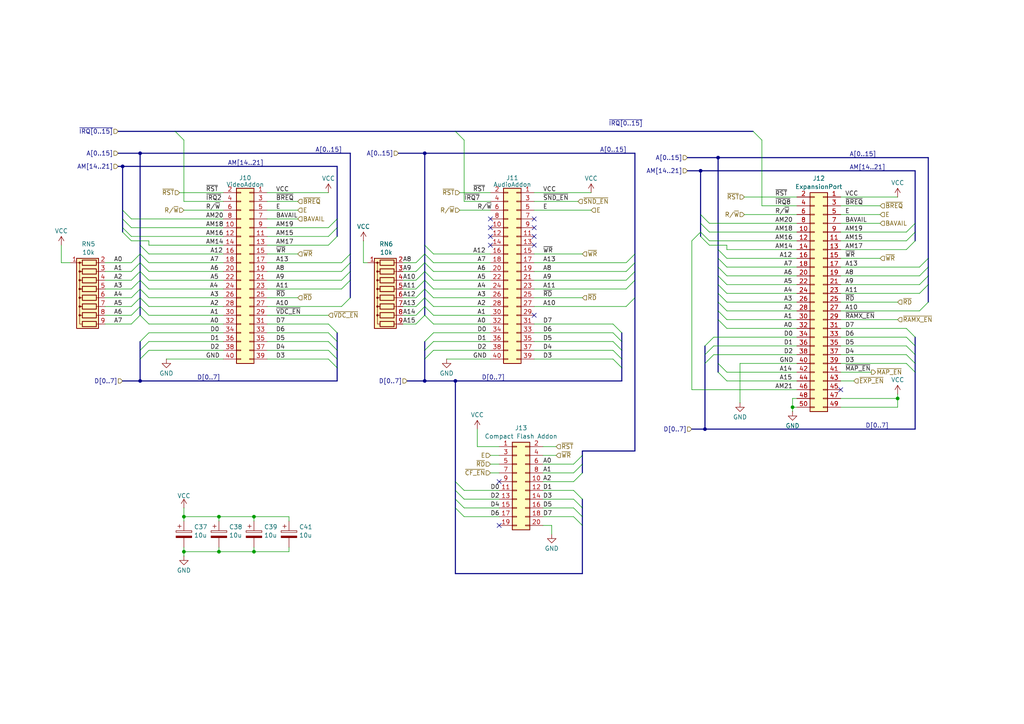
<source format=kicad_sch>
(kicad_sch (version 20231120) (generator "eeschema") (generator_version "8.0")
  (paper "A4")
  (title_block (title "MicroLind - Addon & Expansion Ports") (date "2025-03-03") (rev "C0") (company "Eric Lind"))
  (lib_symbols
    (symbol "Connector_Generic:Conn_02x10_Odd_Even" (pin_names (offset 1.016) hide)
      (property "Reference" "J" (at 1.27 12.7 0))
      (property "Value" "Conn_02x10_Odd_Even" (at 1.27 -15.24 0))
      (symbol "Conn_02x10_Odd_Even_1_1"
        (pin passive line (at -5.08 10.16 0) (length 3.81) (name "Pin_1") (number "1"))
        (pin passive line (at 7.62 0 180) (length 3.81) (name "Pin_10") (number "10"))
        (pin passive line (at -5.08 -2.54 0) (length 3.81) (name "Pin_11") (number "11"))
        (pin passive line (at 7.62 -2.54 180) (length 3.81) (name "Pin_12") (number "12"))
        (pin passive line (at -5.08 -5.08 0) (length 3.81) (name "Pin_13") (number "13"))
        (pin passive line (at 7.62 -5.08 180) (length 3.81) (name "Pin_14") (number "14"))
        (pin passive line (at -5.08 -7.62 0) (length 3.81) (name "Pin_15") (number "15"))
        (pin passive line (at 7.62 -7.62 180) (length 3.81) (name "Pin_16") (number "16"))
        (pin passive line (at -5.08 -10.16 0) (length 3.81) (name "Pin_17") (number "17"))
        (pin passive line (at 7.62 -10.16 180) (length 3.81) (name "Pin_18") (number "18"))
        (pin passive line (at -5.08 -12.7 0) (length 3.81) (name "Pin_19") (number "19"))
        (pin passive line (at 7.62 10.16 180) (length 3.81) (name "Pin_2") (number "2"))
        (pin passive line (at 7.62 -12.7 180) (length 3.81) (name "Pin_20") (number "20"))
        (pin passive line (at -5.08 7.62 0) (length 3.81) (name "Pin_3") (number "3"))
        (pin passive line (at 7.62 7.62 180) (length 3.81) (name "Pin_4") (number "4"))
        (pin passive line (at -5.08 5.08 0) (length 3.81) (name "Pin_5") (number "5"))
        (pin passive line (at 7.62 5.08 180) (length 3.81) (name "Pin_6") (number "6"))
        (pin passive line (at -5.08 2.54 0) (length 3.81) (name "Pin_7") (number "7"))
        (pin passive line (at 7.62 2.54 180) (length 3.81) (name "Pin_8") (number "8"))
        (pin passive line (at -5.08 0 0) (length 3.81) (name "Pin_9") (number "9"))
      )
    )
    (symbol "Connector_Generic:Conn_02x20_Odd_Even" (pin_names (offset 1.016) hide)
      (property "Reference" "J" (at 1.27 25.4 0))
      (property "Value" "Conn_02x20_Odd_Even" (at 1.27 -27.94 0))
      (symbol "Conn_02x20_Odd_Even_1_1"
        (pin passive line (at -5.08 22.86 0) (length 3.81) (name "Pin_1") (number "1"))
        (pin passive line (at 7.62 12.7 180) (length 3.81) (name "Pin_10") (number "10"))
        (pin passive line (at -5.08 10.16 0) (length 3.81) (name "Pin_11") (number "11"))
        (pin passive line (at 7.62 10.16 180) (length 3.81) (name "Pin_12") (number "12"))
        (pin passive line (at -5.08 7.62 0) (length 3.81) (name "Pin_13") (number "13"))
        (pin passive line (at 7.62 7.62 180) (length 3.81) (name "Pin_14") (number "14"))
        (pin passive line (at -5.08 5.08 0) (length 3.81) (name "Pin_15") (number "15"))
        (pin passive line (at 7.62 5.08 180) (length 3.81) (name "Pin_16") (number "16"))
        (pin passive line (at -5.08 2.54 0) (length 3.81) (name "Pin_17") (number "17"))
        (pin passive line (at 7.62 2.54 180) (length 3.81) (name "Pin_18") (number "18"))
        (pin passive line (at -5.08 0 0) (length 3.81) (name "Pin_19") (number "19"))
        (pin passive line (at 7.62 22.86 180) (length 3.81) (name "Pin_2") (number "2"))
        (pin passive line (at 7.62 0 180) (length 3.81) (name "Pin_20") (number "20"))
        (pin passive line (at -5.08 -2.54 0) (length 3.81) (name "Pin_21") (number "21"))
        (pin passive line (at 7.62 -2.54 180) (length 3.81) (name "Pin_22") (number "22"))
        (pin passive line (at -5.08 -5.08 0) (length 3.81) (name "Pin_23") (number "23"))
        (pin passive line (at 7.62 -5.08 180) (length 3.81) (name "Pin_24") (number "24"))
        (pin passive line (at -5.08 -7.62 0) (length 3.81) (name "Pin_25") (number "25"))
        (pin passive line (at 7.62 -7.62 180) (length 3.81) (name "Pin_26") (number "26"))
        (pin passive line (at -5.08 -10.16 0) (length 3.81) (name "Pin_27") (number "27"))
        (pin passive line (at 7.62 -10.16 180) (length 3.81) (name "Pin_28") (number "28"))
        (pin passive line (at -5.08 -12.7 0) (length 3.81) (name "Pin_29") (number "29"))
        (pin passive line (at -5.08 20.32 0) (length 3.81) (name "Pin_3") (number "3"))
        (pin passive line (at 7.62 -12.7 180) (length 3.81) (name "Pin_30") (number "30"))
        (pin passive line (at -5.08 -15.24 0) (length 3.81) (name "Pin_31") (number "31"))
        (pin passive line (at 7.62 -15.24 180) (length 3.81) (name "Pin_32") (number "32"))
        (pin passive line (at -5.08 -17.78 0) (length 3.81) (name "Pin_33") (number "33"))
        (pin passive line (at 7.62 -17.78 180) (length 3.81) (name "Pin_34") (number "34"))
        (pin passive line (at -5.08 -20.32 0) (length 3.81) (name "Pin_35") (number "35"))
        (pin passive line (at 7.62 -20.32 180) (length 3.81) (name "Pin_36") (number "36"))
        (pin passive line (at -5.08 -22.86 0) (length 3.81) (name "Pin_37") (number "37"))
        (pin passive line (at 7.62 -22.86 180) (length 3.81) (name "Pin_38") (number "38"))
        (pin passive line (at -5.08 -25.4 0) (length 3.81) (name "Pin_39") (number "39"))
        (pin passive line (at 7.62 20.32 180) (length 3.81) (name "Pin_4") (number "4"))
        (pin passive line (at 7.62 -25.4 180) (length 3.81) (name "Pin_40") (number "40"))
        (pin passive line (at -5.08 17.78 0) (length 3.81) (name "Pin_5") (number "5"))
        (pin passive line (at 7.62 17.78 180) (length 3.81) (name "Pin_6") (number "6"))
        (pin passive line (at -5.08 15.24 0) (length 3.81) (name "Pin_7") (number "7"))
        (pin passive line (at 7.62 15.24 180) (length 3.81) (name "Pin_8") (number "8"))
        (pin passive line (at -5.08 12.7 0) (length 3.81) (name "Pin_9") (number "9"))
      )
    )
    (symbol "Connector_Generic:Conn_02x25_Odd_Even" (pin_names (offset 1.016) hide)
      (property "Reference" "J" (at 1.27 33.02 0))
      (property "Value" "Conn_02x25_Odd_Even" (at 1.27 -33.02 0))
      (symbol "Conn_02x25_Odd_Even_1_1"
        (pin passive line (at -5.08 30.48 0) (length 3.81) (name "Pin_1") (number "1"))
        (pin passive line (at 7.62 20.32 180) (length 3.81) (name "Pin_10") (number "10"))
        (pin passive line (at -5.08 17.78 0) (length 3.81) (name "Pin_11") (number "11"))
        (pin passive line (at 7.62 17.78 180) (length 3.81) (name "Pin_12") (number "12"))
        (pin passive line (at -5.08 15.24 0) (length 3.81) (name "Pin_13") (number "13"))
        (pin passive line (at 7.62 15.24 180) (length 3.81) (name "Pin_14") (number "14"))
        (pin passive line (at -5.08 12.7 0) (length 3.81) (name "Pin_15") (number "15"))
        (pin passive line (at 7.62 12.7 180) (length 3.81) (name "Pin_16") (number "16"))
        (pin passive line (at -5.08 10.16 0) (length 3.81) (name "Pin_17") (number "17"))
        (pin passive line (at 7.62 10.16 180) (length 3.81) (name "Pin_18") (number "18"))
        (pin passive line (at -5.08 7.62 0) (length 3.81) (name "Pin_19") (number "19"))
        (pin passive line (at 7.62 30.48 180) (length 3.81) (name "Pin_2") (number "2"))
        (pin passive line (at 7.62 7.62 180) (length 3.81) (name "Pin_20") (number "20"))
        (pin passive line (at -5.08 5.08 0) (length 3.81) (name "Pin_21") (number "21"))
        (pin passive line (at 7.62 5.08 180) (length 3.81) (name "Pin_22") (number "22"))
        (pin passive line (at -5.08 2.54 0) (length 3.81) (name "Pin_23") (number "23"))
        (pin passive line (at 7.62 2.54 180) (length 3.81) (name "Pin_24") (number "24"))
        (pin passive line (at -5.08 0 0) (length 3.81) (name "Pin_25") (number "25"))
        (pin passive line (at 7.62 0 180) (length 3.81) (name "Pin_26") (number "26"))
        (pin passive line (at -5.08 -2.54 0) (length 3.81) (name "Pin_27") (number "27"))
        (pin passive line (at 7.62 -2.54 180) (length 3.81) (name "Pin_28") (number "28"))
        (pin passive line (at -5.08 -5.08 0) (length 3.81) (name "Pin_29") (number "29"))
        (pin passive line (at -5.08 27.94 0) (length 3.81) (name "Pin_3") (number "3"))
        (pin passive line (at 7.62 -5.08 180) (length 3.81) (name "Pin_30") (number "30"))
        (pin passive line (at -5.08 -7.62 0) (length 3.81) (name "Pin_31") (number "31"))
        (pin passive line (at 7.62 -7.62 180) (length 3.81) (name "Pin_32") (number "32"))
        (pin passive line (at -5.08 -10.16 0) (length 3.81) (name "Pin_33") (number "33"))
        (pin passive line (at 7.62 -10.16 180) (length 3.81) (name "Pin_34") (number "34"))
        (pin passive line (at -5.08 -12.7 0) (length 3.81) (name "Pin_35") (number "35"))
        (pin passive line (at 7.62 -12.7 180) (length 3.81) (name "Pin_36") (number "36"))
        (pin passive line (at -5.08 -15.24 0) (length 3.81) (name "Pin_37") (number "37"))
        (pin passive line (at 7.62 -15.24 180) (length 3.81) (name "Pin_38") (number "38"))
        (pin passive line (at -5.08 -17.78 0) (length 3.81) (name "Pin_39") (number "39"))
        (pin passive line (at 7.62 27.94 180) (length 3.81) (name "Pin_4") (number "4"))
        (pin passive line (at 7.62 -17.78 180) (length 3.81) (name "Pin_40") (number "40"))
        (pin passive line (at -5.08 -20.32 0) (length 3.81) (name "Pin_41") (number "41"))
        (pin passive line (at 7.62 -20.32 180) (length 3.81) (name "Pin_42") (number "42"))
        (pin passive line (at -5.08 -22.86 0) (length 3.81) (name "Pin_43") (number "43"))
        (pin passive line (at 7.62 -22.86 180) (length 3.81) (name "Pin_44") (number "44"))
        (pin passive line (at -5.08 -25.4 0) (length 3.81) (name "Pin_45") (number "45"))
        (pin passive line (at 7.62 -25.4 180) (length 3.81) (name "Pin_46") (number "46"))
        (pin passive line (at -5.08 -27.94 0) (length 3.81) (name "Pin_47") (number "47"))
        (pin passive line (at 7.62 -27.94 180) (length 3.81) (name "Pin_48") (number "48"))
        (pin passive line (at -5.08 -30.48 0) (length 3.81) (name "Pin_49") (number "49"))
        (pin passive line (at -5.08 25.4 0) (length 3.81) (name "Pin_5") (number "5"))
        (pin passive line (at 7.62 -30.48 180) (length 3.81) (name "Pin_50") (number "50"))
        (pin passive line (at 7.62 25.4 180) (length 3.81) (name "Pin_6") (number "6"))
        (pin passive line (at -5.08 22.86 0) (length 3.81) (name "Pin_7") (number "7"))
        (pin passive line (at 7.62 22.86 180) (length 3.81) (name "Pin_8") (number "8"))
        (pin passive line (at -5.08 20.32 0) (length 3.81) (name "Pin_9") (number "9"))
      )
    )
    (symbol "Device:C_Polarized" (pin_numbers hide) (pin_names (offset 0.254))
      (property "Reference" "C" (at 0.635 2.54 0))
      (property "Value" "C_Polarized" (at 0.635 -2.54 0))
      (symbol "C_Polarized_1_1"
        (pin passive line (at 0 3.81 270) (length 2.794) (name "~") (number "1"))
        (pin passive line (at 0 -3.81 90) (length 2.794) (name "~") (number "2"))
      )
    )
    (symbol "Device:R_Network08" (pin_names (offset 0) hide)
      (property "Reference" "RN" (at -12.7 0 90))
      (property "Value" "R_Network08" (at 10.16 0 90))
      (symbol "R_Network08_1_1"
        (pin passive line (at -10.16 5.08 270) (length 2.54) (name "common") (number "1"))
        (pin passive line (at -10.16 -5.08 90) (length 1.27) (name "R1") (number "2"))
        (pin passive line (at -7.62 -5.08 90) (length 1.27) (name "R2") (number "3"))
        (pin passive line (at -5.08 -5.08 90) (length 1.27) (name "R3") (number "4"))
        (pin passive line (at -2.54 -5.08 90) (length 1.27) (name "R4") (number "5"))
        (pin passive line (at 0 -5.08 90) (length 1.27) (name "R5") (number "6"))
        (pin passive line (at 2.54 -5.08 90) (length 1.27) (name "R6") (number "7"))
        (pin passive line (at 5.08 -5.08 90) (length 1.27) (name "R7") (number "8"))
        (pin passive line (at 7.62 -5.08 90) (length 1.27) (name "R8") (number "9"))
      )
    )
    (symbol "power:GND" (power) (pin_numbers hide) (pin_names (offset 0) hide)
      (property "Value" "GND" (at 0 -3.81 0))
      (symbol "GND_1_1"
        (pin power_in line (at 0 0 270) (length 0) (name "~") (number "1"))
      )
    )
    (symbol "power:VCC" (power) (pin_numbers hide) (pin_names (offset 0) hide)
      (property "Value" "VCC" (at 0 3.556 0))
      (symbol "VCC_1_1"
        (pin power_in line (at 0 0 90) (length 0) (name "~") (number "1"))
      )
    )
  )
  (junction (at 73.66 160.02))
  (junction (at 204.47 124.46))
  (junction (at 132.08 110.49))
  (junction (at 40.64 110.49))
  (junction (at 40.64 44.45))
  (junction (at 260.35 115.57))
  (junction (at 203.2 49.53))
  (junction (at 123.19 110.49))
  (junction (at 229.87 118.11))
  (junction (at 53.34 149.86))
  (junction (at 35.56 48.26))
  (junction (at 53.34 160.02))
  (junction (at 63.5 160.02))
  (junction (at 63.5 149.86))
  (junction (at 123.19 44.45))
  (junction (at 208.28 45.72))
  (junction (at 73.66 149.86))
  (no_connect (at 154.94 63.5))
  (no_connect (at 142.24 66.04))
  (no_connect (at 154.94 71.12))
  (no_connect (at 142.24 63.5))
  (no_connect (at 144.78 152.4))
  (no_connect (at 154.94 91.44))
  (no_connect (at 142.24 68.58))
  (no_connect (at 154.94 68.58))
  (no_connect (at 144.78 139.7))
  (no_connect (at 154.94 66.04))
  (no_connect (at 243.84 113.03))
  (no_connect (at 142.24 71.12))
  (bus_entry (at 123.19 78.74) (size -2.54 2.54))
  (bus_entry (at 205.74 64.77) (size -2.54 -2.54))
  (bus_entry (at 123.19 83.82) (size -2.54 2.54))
  (bus_entry (at 210.82 77.47) (size -2.54 -2.54))
  (bus_entry (at 43.18 88.9) (size -2.54 -2.54))
  (bus_entry (at 95.25 66.04) (size 2.54 -2.54))
  (bus_entry (at 40.64 99.06) (size 2.54 -2.54))
  (bus_entry (at 168.91 137.16) (size -2.54 2.54))
  (bus_entry (at 125.73 86.36) (size -2.54 -2.54))
  (bus_entry (at 266.7 85.09) (size 2.54 -2.54))
  (bus_entry (at 210.82 87.63) (size -2.54 -2.54))
  (bus_entry (at 43.18 81.28) (size -2.54 -2.54))
  (bus_entry (at 40.64 88.9) (size -2.54 2.54))
  (bus_entry (at 132.08 144.78) (size 2.54 2.54))
  (bus_entry (at 168.91 149.86) (size -2.54 -2.54))
  (bus_entry (at 123.19 99.06) (size 2.54 -2.54))
  (bus_entry (at 210.82 92.71) (size -2.54 -2.54))
  (bus_entry (at 210.82 74.93) (size -2.54 -2.54))
  (bus_entry (at 205.74 71.12) (size -2.54 -2.54))
  (bus_entry (at 208.28 105.41) (size 2.54 2.54))
  (bus_entry (at 132.08 142.24) (size 2.54 2.54))
  (bus_entry (at 95.25 96.52) (size 2.54 2.54))
  (bus_entry (at 95.25 104.14) (size 2.54 2.54))
  (bus_entry (at 123.19 86.36) (size -2.54 2.54))
  (bus_entry (at 208.28 82.55) (size 2.54 2.54))
  (bus_entry (at 99.06 83.82) (size 2.54 -2.54))
  (bus_entry (at 132.08 139.7) (size 2.54 2.54))
  (bus_entry (at 123.19 73.66) (size -2.54 2.54))
  (bus_entry (at 95.25 93.98) (size 2.54 2.54))
  (bus_entry (at 262.89 100.33) (size 2.54 2.54))
  (bus_entry (at 262.89 97.79) (size 2.54 2.54))
  (bus_entry (at 262.89 69.85) (size 2.54 -2.54))
  (bus_entry (at 205.74 69.85) (size -2.54 -2.54))
  (bus_entry (at 35.56 66.04) (size 2.54 2.54))
  (bus_entry (at 204.47 105.41) (size 2.54 -2.54))
  (bus_entry (at 95.25 101.6) (size 2.54 2.54))
  (bus_entry (at 266.7 80.01) (size 2.54 -2.54))
  (bus_entry (at 132.08 147.32) (size 2.54 2.54))
  (bus_entry (at 168.91 144.78) (size -2.54 -2.54))
  (bus_entry (at 43.18 73.66) (size -2.54 -2.54))
  (bus_entry (at 99.06 78.74) (size 2.54 -2.54))
  (bus_entry (at 177.8 99.06) (size 2.54 2.54))
  (bus_entry (at 43.18 91.44) (size -2.54 -2.54))
  (bus_entry (at 99.06 81.28) (size 2.54 -2.54))
  (bus_entry (at 204.47 102.87) (size 2.54 -2.54))
  (bus_entry (at 35.56 60.96) (size 2.54 2.54))
  (bus_entry (at 40.64 101.6) (size 2.54 -2.54))
  (bus_entry (at 168.91 132.08) (size -2.54 2.54))
  (bus_entry (at 43.18 78.74) (size -2.54 -2.54))
  (bus_entry (at 123.19 76.2) (size -2.54 2.54))
  (bus_entry (at 35.56 67.31) (size 2.54 2.54))
  (bus_entry (at 123.19 81.28) (size -2.54 2.54))
  (bus_entry (at 262.89 72.39) (size 2.54 -2.54))
  (bus_entry (at 123.19 101.6) (size 2.54 -2.54))
  (bus_entry (at 177.8 93.98) (size 2.54 2.54))
  (bus_entry (at 40.64 104.14) (size 2.54 -2.54))
  (bus_entry (at 35.56 63.5) (size 2.54 2.54))
  (bus_entry (at 205.74 67.31) (size -2.54 -2.54))
  (bus_entry (at 181.61 81.28) (size 2.54 -2.54))
  (bus_entry (at 40.64 81.28) (size -2.54 2.54))
  (bus_entry (at 43.18 86.36) (size -2.54 -2.54))
  (bus_entry (at 95.25 68.58) (size 2.54 -2.54))
  (bus_entry (at 43.18 83.82) (size -2.54 -2.54))
  (bus_entry (at 262.89 102.87) (size 2.54 2.54))
  (bus_entry (at 125.73 88.9) (size -2.54 -2.54))
  (bus_entry (at 262.89 95.25) (size 2.54 2.54))
  (bus_entry (at 204.47 100.33) (size 2.54 -2.54))
  (bus_entry (at 95.25 71.12) (size 2.54 -2.54))
  (bus_entry (at 208.28 107.95) (size 2.54 2.54))
  (bus_entry (at 125.73 91.44) (size -2.54 -2.54))
  (bus_entry (at 210.82 80.01) (size -2.54 -2.54))
  (bus_entry (at 123.19 104.14) (size 2.54 -2.54))
  (bus_entry (at 40.64 76.2) (size -2.54 2.54))
  (bus_entry (at 132.08 38.1) (size 2.54 2.54))
  (bus_entry (at 203.2 67.31) (size -2.54 2.54))
  (bus_entry (at 181.61 76.2) (size 2.54 -2.54))
  (bus_entry (at 181.61 78.74) (size 2.54 -2.54))
  (bus_entry (at 210.82 95.25) (size -2.54 -2.54))
  (bus_entry (at 181.61 88.9) (size 2.54 -2.54))
  (bus_entry (at 125.73 81.28) (size -2.54 -2.54))
  (bus_entry (at 125.73 73.66) (size -2.54 -2.54))
  (bus_entry (at 266.7 77.47) (size 2.54 -2.54))
  (bus_entry (at 123.19 88.9) (size -2.54 2.54))
  (bus_entry (at 50.8 38.1) (size 2.54 2.54))
  (bus_entry (at 168.91 134.62) (size -2.54 2.54))
  (bus_entry (at 99.06 88.9) (size 2.54 -2.54))
  (bus_entry (at 40.64 86.36) (size -2.54 2.54))
  (bus_entry (at 177.8 101.6) (size 2.54 2.54))
  (bus_entry (at 262.89 67.31) (size 2.54 -2.54))
  (bus_entry (at 99.06 76.2) (size 2.54 -2.54))
  (bus_entry (at 43.18 76.2) (size -2.54 -2.54))
  (bus_entry (at 218.44 38.1) (size 2.54 2.54))
  (bus_entry (at 43.18 93.98) (size -2.54 -2.54))
  (bus_entry (at 168.91 152.4) (size -2.54 -2.54))
  (bus_entry (at 266.7 82.55) (size 2.54 -2.54))
  (bus_entry (at 40.64 73.66) (size -2.54 2.54))
  (bus_entry (at 266.7 90.17) (size 2.54 -2.54))
  (bus_entry (at 210.82 90.17) (size -2.54 -2.54))
  (bus_entry (at 123.19 91.44) (size -2.54 2.54))
  (bus_entry (at 125.73 93.98) (size -2.54 -2.54))
  (bus_entry (at 177.8 104.14) (size 2.54 2.54))
  (bus_entry (at 95.25 99.06) (size 2.54 2.54))
  (bus_entry (at 123.19 81.28) (size 2.54 2.54))
  (bus_entry (at 40.64 83.82) (size -2.54 2.54))
  (bus_entry (at 168.91 147.32) (size -2.54 -2.54))
  (bus_entry (at 125.73 76.2) (size -2.54 -2.54))
  (bus_entry (at 262.89 105.41) (size 2.54 2.54))
  (bus_entry (at 210.82 82.55) (size -2.54 -2.54))
  (bus_entry (at 125.73 78.74) (size -2.54 -2.54))
  (bus_entry (at 40.64 91.44) (size -2.54 2.54))
  (bus_entry (at 40.64 78.74) (size -2.54 2.54))
  (bus_entry (at 177.8 96.52) (size 2.54 2.54))
  (bus_entry (at 181.61 83.82) (size 2.54 -2.54))
  (bus (pts (xy 265.43 105.41) (xy 265.43 107.95)))
  (wire (pts (xy 243.84 110.49) (xy 247.65 110.49)))
  (bus (pts (xy 97.79 99.06) (xy 97.79 101.6)))
  (wire (pts (xy 243.84 57.15) (xy 260.35 57.15)))
  (wire (pts (xy 53.34 147.32) (xy 53.34 149.86)))
  (bus (pts (xy 184.15 73.66) (xy 184.15 76.2)))
  (wire (pts (xy 157.48 142.24) (xy 166.37 142.24)))
  (wire (pts (xy 229.87 118.11) (xy 231.14 118.11)))
  (wire (pts (xy 125.73 88.9) (xy 142.24 88.9)))
  (bus (pts (xy 40.64 81.28) (xy 40.64 78.74)))
  (bus (pts (xy 97.79 104.14) (xy 97.79 106.68)))
  (bus (pts (xy 265.43 64.77) (xy 265.43 49.53)))
  (wire (pts (xy 210.82 80.01) (xy 231.14 80.01)))
  (wire (pts (xy 231.14 115.57) (xy 229.87 115.57)))
  (bus (pts (xy 180.34 106.68) (xy 180.34 110.49)))
  (bus (pts (xy 180.34 104.14) (xy 180.34 106.68)))
  (bus (pts (xy 40.64 91.44) (xy 40.64 88.9)))
  (wire (pts (xy 154.94 81.28) (xy 181.61 81.28)))
  (wire (pts (xy 157.48 149.86) (xy 166.37 149.86)))
  (wire (pts (xy 43.18 93.98) (xy 64.77 93.98)))
  (wire (pts (xy 243.84 85.09) (xy 266.7 85.09)))
  (bus (pts (xy 101.6 81.28) (xy 101.6 86.36)))
  (bus (pts (xy 123.19 78.74) (xy 123.19 76.2)))
  (wire (pts (xy 77.47 86.36) (xy 86.36 86.36)))
  (wire (pts (xy 30.48 76.2) (xy 38.1 76.2)))
  (wire (pts (xy 116.84 86.36) (xy 120.65 86.36)))
  (wire (pts (xy 133.35 55.88) (xy 142.24 55.88)))
  (bus (pts (xy 200.66 124.46) (xy 204.47 124.46)))
  (wire (pts (xy 43.18 88.9) (xy 64.77 88.9)))
  (bus (pts (xy 40.64 44.45) (xy 101.6 44.45)))
  (wire (pts (xy 214.63 105.41) (xy 231.14 105.41)))
  (bus (pts (xy 97.79 66.04) (xy 97.79 63.5)))
  (bus (pts (xy 208.28 72.39) (xy 208.28 74.93)))
  (bus (pts (xy 168.91 149.86) (xy 168.91 152.4)))
  (bus (pts (xy 265.43 67.31) (xy 265.43 64.77)))
  (bus (pts (xy 269.24 45.72) (xy 269.24 74.93)))
  (bus (pts (xy 132.08 110.49) (xy 123.19 110.49)))
  (wire (pts (xy 133.35 60.96) (xy 142.24 60.96)))
  (bus (pts (xy 101.6 78.74) (xy 101.6 81.28)))
  (wire (pts (xy 157.48 144.78) (xy 166.37 144.78)))
  (wire (pts (xy 77.47 99.06) (xy 95.25 99.06)))
  (wire (pts (xy 77.47 68.58) (xy 95.25 68.58)))
  (bus (pts (xy 101.6 76.2) (xy 101.6 78.74)))
  (wire (pts (xy 243.84 80.01) (xy 266.7 80.01)))
  (wire (pts (xy 220.98 59.69) (xy 231.14 59.69)))
  (wire (pts (xy 116.84 93.98) (xy 120.65 93.98)))
  (bus (pts (xy 208.28 77.47) (xy 208.28 74.93)))
  (wire (pts (xy 43.18 71.12) (xy 64.77 71.12)))
  (wire (pts (xy 154.94 96.52) (xy 177.8 96.52)))
  (bus (pts (xy 180.34 110.49) (xy 132.08 110.49)))
  (bus (pts (xy 265.43 69.85) (xy 265.43 67.31)))
  (wire (pts (xy 229.87 115.57) (xy 229.87 118.11)))
  (wire (pts (xy 125.73 96.52) (xy 142.24 96.52)))
  (wire (pts (xy 43.18 78.74) (xy 64.77 78.74)))
  (bus (pts (xy 40.64 73.66) (xy 40.64 71.12)))
  (bus (pts (xy 208.28 92.71) (xy 208.28 105.41)))
  (bus (pts (xy 132.08 139.7) (xy 132.08 142.24)))
  (bus (pts (xy 101.6 73.66) (xy 101.6 76.2)))
  (wire (pts (xy 210.82 72.39) (xy 231.14 72.39)))
  (wire (pts (xy 30.48 81.28) (xy 38.1 81.28)))
  (wire (pts (xy 30.48 88.9) (xy 38.1 88.9)))
  (wire (pts (xy 73.66 151.13) (xy 73.66 149.86)))
  (wire (pts (xy 77.47 55.88) (xy 95.25 55.88)))
  (wire (pts (xy 125.73 93.98) (xy 142.24 93.98)))
  (wire (pts (xy 30.48 91.44) (xy 38.1 91.44)))
  (bus (pts (xy 123.19 78.74) (xy 123.19 81.28)))
  (wire (pts (xy 243.84 92.71) (xy 260.35 92.71)))
  (wire (pts (xy 210.82 87.63) (xy 231.14 87.63)))
  (wire (pts (xy 77.47 76.2) (xy 99.06 76.2)))
  (bus (pts (xy 184.15 81.28) (xy 184.15 86.36)))
  (wire (pts (xy 243.84 100.33) (xy 262.89 100.33)))
  (wire (pts (xy 53.34 149.86) (xy 53.34 151.13)))
  (wire (pts (xy 77.47 78.74) (xy 99.06 78.74)))
  (wire (pts (xy 125.73 83.82) (xy 142.24 83.82)))
  (wire (pts (xy 243.84 90.17) (xy 266.7 90.17)))
  (wire (pts (xy 77.47 73.66) (xy 86.36 73.66)))
  (wire (pts (xy 200.66 113.03) (xy 231.14 113.03)))
  (wire (pts (xy 157.48 132.08) (xy 161.29 132.08)))
  (wire (pts (xy 220.98 40.64) (xy 220.98 59.69)))
  (wire (pts (xy 63.5 149.86) (xy 73.66 149.86)))
  (wire (pts (xy 77.47 83.82) (xy 99.06 83.82)))
  (bus (pts (xy 208.28 82.55) (xy 208.28 85.09)))
  (wire (pts (xy 154.94 55.88) (xy 171.45 55.88)))
  (bus (pts (xy 123.19 99.06) (xy 123.19 101.6)))
  (bus (pts (xy 123.19 44.45) (xy 123.19 71.12)))
  (bus (pts (xy 40.64 110.49) (xy 35.56 110.49)))
  (bus (pts (xy 208.28 80.01) (xy 208.28 77.47)))
  (bus (pts (xy 203.2 62.23) (xy 203.2 64.77)))
  (wire (pts (xy 116.84 88.9) (xy 120.65 88.9)))
  (bus (pts (xy 132.08 142.24) (xy 132.08 144.78)))
  (bus (pts (xy 123.19 104.14) (xy 123.19 110.49)))
  (bus (pts (xy 50.8 38.1) (xy 132.08 38.1)))
  (wire (pts (xy 53.34 60.96) (xy 64.77 60.96)))
  (wire (pts (xy 43.18 101.6) (xy 64.77 101.6)))
  (wire (pts (xy 210.82 107.95) (xy 231.14 107.95)))
  (wire (pts (xy 210.82 85.09) (xy 231.14 85.09)))
  (wire (pts (xy 142.24 134.62) (xy 144.78 134.62)))
  (bus (pts (xy 97.79 101.6) (xy 97.79 104.14)))
  (wire (pts (xy 38.1 66.04) (xy 64.77 66.04)))
  (wire (pts (xy 116.84 91.44) (xy 120.65 91.44)))
  (bus (pts (xy 132.08 144.78) (xy 132.08 147.32)))
  (wire (pts (xy 53.34 40.64) (xy 53.34 58.42)))
  (wire (pts (xy 243.84 87.63) (xy 260.35 87.63)))
  (bus (pts (xy 208.28 90.17) (xy 208.28 87.63)))
  (wire (pts (xy 215.9 62.23) (xy 231.14 62.23)))
  (wire (pts (xy 243.84 72.39) (xy 262.89 72.39)))
  (wire (pts (xy 243.84 59.69) (xy 255.27 59.69)))
  (wire (pts (xy 125.73 76.2) (xy 142.24 76.2)))
  (bus (pts (xy 40.64 86.36) (xy 40.64 83.82)))
  (bus (pts (xy 269.24 77.47) (xy 269.24 80.01)))
  (wire (pts (xy 154.94 58.42) (xy 167.64 58.42)))
  (bus (pts (xy 208.28 105.41) (xy 208.28 107.95)))
  (bus (pts (xy 132.08 38.1) (xy 218.44 38.1)))
  (bus (pts (xy 269.24 80.01) (xy 269.24 82.55)))
  (wire (pts (xy 77.47 71.12) (xy 95.25 71.12)))
  (wire (pts (xy 207.01 97.79) (xy 231.14 97.79)))
  (bus (pts (xy 208.28 92.71) (xy 208.28 90.17)))
  (wire (pts (xy 243.84 97.79) (xy 262.89 97.79)))
  (wire (pts (xy 38.1 68.58) (xy 64.77 68.58)))
  (wire (pts (xy 243.84 64.77) (xy 255.27 64.77)))
  (bus (pts (xy 97.79 63.5) (xy 97.79 48.26)))
  (bus (pts (xy 208.28 80.01) (xy 208.28 82.55)))
  (wire (pts (xy 83.82 151.13) (xy 83.82 149.86)))
  (wire (pts (xy 105.41 69.85) (xy 105.41 76.2)))
  (bus (pts (xy 168.91 132.08) (xy 168.91 134.62)))
  (wire (pts (xy 38.1 63.5) (xy 64.77 63.5)))
  (wire (pts (xy 43.18 99.06) (xy 64.77 99.06)))
  (wire (pts (xy 154.94 101.6) (xy 177.8 101.6)))
  (wire (pts (xy 125.73 86.36) (xy 142.24 86.36)))
  (wire (pts (xy 77.47 91.44) (xy 95.25 91.44)))
  (wire (pts (xy 154.94 86.36) (xy 168.91 86.36)))
  (wire (pts (xy 63.5 160.02) (xy 63.5 158.75)))
  (wire (pts (xy 166.37 137.16) (xy 157.48 137.16)))
  (wire (pts (xy 43.18 83.82) (xy 64.77 83.82)))
  (wire (pts (xy 83.82 149.86) (xy 73.66 149.86)))
  (wire (pts (xy 154.94 83.82) (xy 181.61 83.82)))
  (wire (pts (xy 30.48 83.82) (xy 38.1 83.82)))
  (bus (pts (xy 208.28 45.72) (xy 269.24 45.72)))
  (wire (pts (xy 166.37 139.7) (xy 157.48 139.7)))
  (bus (pts (xy 40.64 78.74) (xy 40.64 76.2)))
  (wire (pts (xy 125.73 73.66) (xy 142.24 73.66)))
  (bus (pts (xy 40.64 101.6) (xy 40.64 104.14)))
  (bus (pts (xy 168.91 130.81) (xy 168.91 132.08)))
  (wire (pts (xy 207.01 100.33) (xy 231.14 100.33)))
  (bus (pts (xy 269.24 74.93) (xy 269.24 77.47)))
  (wire (pts (xy 207.01 102.87) (xy 231.14 102.87)))
  (bus (pts (xy 132.08 147.32) (xy 132.08 166.37)))
  (wire (pts (xy 43.18 91.44) (xy 64.77 91.44)))
  (bus (pts (xy 115.57 44.45) (xy 123.19 44.45)))
  (wire (pts (xy 160.02 154.94) (xy 160.02 152.4)))
  (wire (pts (xy 30.48 93.98) (xy 38.1 93.98)))
  (bus (pts (xy 40.64 99.06) (xy 40.64 101.6)))
  (wire (pts (xy 77.47 58.42) (xy 86.36 58.42)))
  (bus (pts (xy 203.2 67.31) (xy 203.2 68.58)))
  (wire (pts (xy 43.18 69.85) (xy 43.18 71.12)))
  (wire (pts (xy 73.66 160.02) (xy 73.66 158.75)))
  (bus (pts (xy 180.34 101.6) (xy 180.34 104.14)))
  (bus (pts (xy 123.19 81.28) (xy 123.19 83.82)))
  (wire (pts (xy 210.82 110.49) (xy 231.14 110.49)))
  (wire (pts (xy 53.34 149.86) (xy 63.5 149.86)))
  (wire (pts (xy 125.73 81.28) (xy 142.24 81.28)))
  (wire (pts (xy 243.84 115.57) (xy 260.35 115.57)))
  (wire (pts (xy 77.47 81.28) (xy 99.06 81.28)))
  (bus (pts (xy 184.15 130.81) (xy 168.91 130.81)))
  (wire (pts (xy 20.32 76.2) (xy 17.78 76.2)))
  (bus (pts (xy 123.19 86.36) (xy 123.19 83.82)))
  (wire (pts (xy 215.9 57.15) (xy 231.14 57.15)))
  (wire (pts (xy 243.84 82.55) (xy 266.7 82.55)))
  (wire (pts (xy 134.62 149.86) (xy 144.78 149.86)))
  (wire (pts (xy 260.35 114.3) (xy 260.35 115.57)))
  (wire (pts (xy 160.02 152.4) (xy 157.48 152.4)))
  (bus (pts (xy 34.29 44.45) (xy 40.64 44.45)))
  (wire (pts (xy 77.47 60.96) (xy 86.36 60.96)))
  (wire (pts (xy 154.94 104.14) (xy 177.8 104.14)))
  (bus (pts (xy 184.15 78.74) (xy 184.15 81.28)))
  (wire (pts (xy 142.24 132.08) (xy 144.78 132.08)))
  (wire (pts (xy 154.94 88.9) (xy 181.61 88.9)))
  (wire (pts (xy 38.1 69.85) (xy 43.18 69.85)))
  (wire (pts (xy 154.94 76.2) (xy 181.61 76.2)))
  (bus (pts (xy 168.91 134.62) (xy 168.91 137.16)))
  (wire (pts (xy 77.47 101.6) (xy 95.25 101.6)))
  (wire (pts (xy 129.54 104.14) (xy 142.24 104.14)))
  (bus (pts (xy 35.56 66.04) (xy 35.56 67.31)))
  (wire (pts (xy 210.82 92.71) (xy 231.14 92.71)))
  (wire (pts (xy 53.34 160.02) (xy 63.5 160.02)))
  (bus (pts (xy 97.79 96.52) (xy 97.79 99.06)))
  (wire (pts (xy 166.37 134.62) (xy 157.48 134.62)))
  (bus (pts (xy 123.19 110.49) (xy 118.11 110.49)))
  (wire (pts (xy 243.84 77.47) (xy 266.7 77.47)))
  (bus (pts (xy 180.34 99.06) (xy 180.34 101.6)))
  (wire (pts (xy 210.82 71.12) (xy 210.82 72.39)))
  (wire (pts (xy 63.5 160.02) (xy 73.66 160.02)))
  (bus (pts (xy 265.43 102.87) (xy 265.43 105.41)))
  (wire (pts (xy 106.68 76.2) (xy 105.41 76.2)))
  (wire (pts (xy 116.84 83.82) (xy 120.65 83.82)))
  (bus (pts (xy 208.28 45.72) (xy 208.28 72.39)))
  (wire (pts (xy 229.87 118.11) (xy 229.87 119.38)))
  (wire (pts (xy 260.35 115.57) (xy 260.35 118.11)))
  (bus (pts (xy 123.19 76.2) (xy 123.19 73.66)))
  (wire (pts (xy 77.47 63.5) (xy 86.36 63.5)))
  (bus (pts (xy 199.39 49.53) (xy 203.2 49.53)))
  (bus (pts (xy 265.43 49.53) (xy 203.2 49.53)))
  (wire (pts (xy 205.74 69.85) (xy 231.14 69.85)))
  (bus (pts (xy 199.39 45.72) (xy 208.28 45.72)))
  (wire (pts (xy 53.34 158.75) (xy 53.34 160.02)))
  (bus (pts (xy 168.91 144.78) (xy 168.91 147.32)))
  (wire (pts (xy 205.74 67.31) (xy 231.14 67.31)))
  (wire (pts (xy 30.48 78.74) (xy 38.1 78.74)))
  (bus (pts (xy 35.56 48.26) (xy 97.79 48.26)))
  (wire (pts (xy 205.74 64.77) (xy 231.14 64.77)))
  (wire (pts (xy 77.47 104.14) (xy 95.25 104.14)))
  (bus (pts (xy 97.79 106.68) (xy 97.79 110.49)))
  (wire (pts (xy 43.18 81.28) (xy 64.77 81.28)))
  (bus (pts (xy 265.43 100.33) (xy 265.43 102.87)))
  (wire (pts (xy 205.74 71.12) (xy 210.82 71.12)))
  (bus (pts (xy 204.47 105.41) (xy 204.47 102.87)))
  (bus (pts (xy 132.08 110.49) (xy 132.08 139.7)))
  (wire (pts (xy 73.66 160.02) (xy 83.82 160.02)))
  (wire (pts (xy 125.73 101.6) (xy 142.24 101.6)))
  (wire (pts (xy 210.82 77.47) (xy 231.14 77.47)))
  (bus (pts (xy 269.24 82.55) (xy 269.24 87.63)))
  (wire (pts (xy 210.82 82.55) (xy 231.14 82.55)))
  (wire (pts (xy 210.82 90.17) (xy 231.14 90.17)))
  (wire (pts (xy 134.62 58.42) (xy 142.24 58.42)))
  (wire (pts (xy 154.94 78.74) (xy 181.61 78.74)))
  (bus (pts (xy 35.56 63.5) (xy 35.56 66.04)))
  (wire (pts (xy 125.73 99.06) (xy 142.24 99.06)))
  (wire (pts (xy 138.43 129.54) (xy 138.43 124.46)))
  (bus (pts (xy 132.08 166.37) (xy 168.91 166.37)))
  (bus (pts (xy 184.15 76.2) (xy 184.15 78.74)))
  (wire (pts (xy 48.26 104.14) (xy 64.77 104.14)))
  (bus (pts (xy 208.28 85.09) (xy 208.28 87.63)))
  (wire (pts (xy 154.94 73.66) (xy 168.91 73.66)))
  (bus (pts (xy 40.64 76.2) (xy 40.64 73.66)))
  (wire (pts (xy 134.62 147.32) (xy 144.78 147.32)))
  (bus (pts (xy 204.47 124.46) (xy 265.43 124.46)))
  (wire (pts (xy 210.82 74.93) (xy 231.14 74.93)))
  (bus (pts (xy 34.29 38.1) (xy 50.8 38.1)))
  (bus (pts (xy 123.19 88.9) (xy 123.19 86.36)))
  (wire (pts (xy 17.78 71.12) (xy 17.78 76.2)))
  (bus (pts (xy 265.43 107.95) (xy 265.43 124.46)))
  (bus (pts (xy 204.47 102.87) (xy 204.47 100.33)))
  (wire (pts (xy 52.07 55.88) (xy 64.77 55.88)))
  (wire (pts (xy 157.48 129.54) (xy 161.29 129.54)))
  (bus (pts (xy 40.64 104.14) (xy 40.64 110.49)))
  (wire (pts (xy 144.78 129.54) (xy 138.43 129.54)))
  (wire (pts (xy 154.94 93.98) (xy 177.8 93.98)))
  (wire (pts (xy 77.47 96.52) (xy 95.25 96.52)))
  (wire (pts (xy 243.84 95.25) (xy 262.89 95.25)))
  (wire (pts (xy 63.5 149.86) (xy 63.5 151.13)))
  (wire (pts (xy 125.73 91.44) (xy 142.24 91.44)))
  (bus (pts (xy 97.79 68.58) (xy 97.79 66.04)))
  (bus (pts (xy 168.91 147.32) (xy 168.91 149.86)))
  (wire (pts (xy 243.84 67.31) (xy 262.89 67.31)))
  (wire (pts (xy 43.18 96.52) (xy 64.77 96.52)))
  (wire (pts (xy 134.62 142.24) (xy 144.78 142.24)))
  (wire (pts (xy 116.84 76.2) (xy 120.65 76.2)))
  (wire (pts (xy 243.84 105.41) (xy 262.89 105.41)))
  (bus (pts (xy 40.64 88.9) (xy 40.64 86.36)))
  (wire (pts (xy 77.47 88.9) (xy 99.06 88.9)))
  (wire (pts (xy 116.84 78.74) (xy 120.65 78.74)))
  (bus (pts (xy 180.34 96.52) (xy 180.34 99.06)))
  (wire (pts (xy 53.34 58.42) (xy 64.77 58.42)))
  (wire (pts (xy 243.84 107.95) (xy 252.73 107.95)))
  (wire (pts (xy 83.82 158.75) (xy 83.82 160.02)))
  (bus (pts (xy 101.6 44.45) (xy 101.6 73.66)))
  (wire (pts (xy 43.18 86.36) (xy 64.77 86.36)))
  (bus (pts (xy 123.19 91.44) (xy 123.19 88.9)))
  (wire (pts (xy 125.73 78.74) (xy 142.24 78.74)))
  (wire (pts (xy 30.48 86.36) (xy 38.1 86.36)))
  (wire (pts (xy 260.35 118.11) (xy 243.84 118.11)))
  (bus (pts (xy 35.56 48.26) (xy 35.56 60.96)))
  (bus (pts (xy 168.91 152.4) (xy 168.91 166.37)))
  (wire (pts (xy 214.63 116.84) (xy 214.63 105.41)))
  (bus (pts (xy 97.79 110.49) (xy 40.64 110.49)))
  (wire (pts (xy 243.84 102.87) (xy 262.89 102.87)))
  (wire (pts (xy 77.47 66.04) (xy 95.25 66.04)))
  (bus (pts (xy 203.2 49.53) (xy 203.2 62.23)))
  (bus (pts (xy 184.15 44.45) (xy 184.15 73.66)))
  (wire (pts (xy 142.24 137.16) (xy 144.78 137.16)))
  (bus (pts (xy 40.64 83.82) (xy 40.64 81.28)))
  (wire (pts (xy 243.84 62.23) (xy 255.27 62.23)))
  (wire (pts (xy 243.84 69.85) (xy 262.89 69.85)))
  (bus (pts (xy 184.15 86.36) (xy 184.15 130.81)))
  (bus (pts (xy 265.43 97.79) (xy 265.43 100.33)))
  (wire (pts (xy 116.84 81.28) (xy 120.65 81.28)))
  (bus (pts (xy 35.56 60.96) (xy 35.56 63.5)))
  (wire (pts (xy 157.48 147.32) (xy 166.37 147.32)))
  (wire (pts (xy 43.18 73.66) (xy 64.77 73.66)))
  (wire (pts (xy 134.62 40.64) (xy 134.62 58.42)))
  (bus (pts (xy 40.64 44.45) (xy 40.64 71.12)))
  (bus (pts (xy 34.29 48.26) (xy 35.56 48.26)))
  (wire (pts (xy 77.47 93.98) (xy 95.25 93.98)))
  (wire (pts (xy 154.94 99.06) (xy 177.8 99.06)))
  (bus (pts (xy 203.2 64.77) (xy 203.2 67.31)))
  (bus (pts (xy 123.19 73.66) (xy 123.19 71.12)))
  (wire (pts (xy 134.62 144.78) (xy 144.78 144.78)))
  (wire (pts (xy 154.94 60.96) (xy 171.45 60.96)))
  (wire (pts (xy 210.82 95.25) (xy 231.14 95.25)))
  (wire (pts (xy 243.84 74.93) (xy 255.27 74.93)))
  (bus (pts (xy 204.47 105.41) (xy 204.47 124.46)))
  (wire (pts (xy 53.34 160.02) (xy 53.34 161.29)))
  (wire (pts (xy 43.18 76.2) (xy 64.77 76.2)))
  (bus (pts (xy 123.19 101.6) (xy 123.19 104.14)))
  (wire (pts (xy 200.66 69.85) (xy 200.66 113.03)))
  (bus (pts (xy 123.19 44.45) (xy 184.15 44.45)))
  (label "A5" (at 60.96 81.28 0))
  (label "GND" (at 59.69 104.14 0))
  (label "AM14" (at 59.69 71.12 0))
  (label "A12" (at 137.16 73.66 0))
  (label "D1" (at 60.96 99.06 0))
  (label "R{slash}~{W}" (at 59.69 60.96 0))
  (label "A1" (at 60.96 91.44 0))
  (label "~{RD}" (at 245.11 87.63 0))
  (label "~{RST}" (at 224.79 57.15 0))
  (label "A1" (at 138.43 91.44 0))
  (label "~{WR}" (at 80.01 73.66 0))
  (label "D5" (at 157.48 147.32 0))
  (label "A5" (at 138.43 81.28 0))
  (label "A5" (at 33.02 88.9 0))
  (label "D1" (at 157.48 142.24 0))
  (label "~{VDC_EN}" (at 80.01 91.44 0))
  (label "A10" (at 157.48 88.9 0))
  (label "A8" (at 157.48 78.74 0))
  (label "D6" (at 80.01 96.52 0))
  (label "D4" (at 142.24 147.32 0))
  (label "A2" (at 33.02 81.28 0))
  (label "AM16" (at 59.69 68.58 0))
  (label "A6" (at 60.96 78.74 0))
  (label "AM[14..21]" (at 66.04 48.26 0))
  (label "E" (at 80.01 60.96 0))
  (label "D6" (at 245.11 97.79 0))
  (label "D[0..7]" (at 257.81 124.46 180))
  (label "R{slash}~{W}" (at 138.43 60.96 0))
  (label "A2" (at 60.96 88.9 0))
  (label "A0" (at 33.02 76.2 0))
  (label "D2" (at 138.43 101.6 0))
  (label "A0" (at 138.43 93.98 0))
  (label "AM16" (at 224.79 69.85 0))
  (label "~{RST}" (at 137.16 55.88 0))
  (label "AM15" (at 80.01 68.58 0))
  (label "D0" (at 227.33 97.79 0))
  (label "D4" (at 245.11 102.87 0))
  (label "A12" (at 60.96 73.66 0))
  (label "A7" (at 33.02 93.98 0))
  (label "A1" (at 227.33 92.71 0))
  (label "D7" (at 157.48 93.98 0))
  (label "D0" (at 138.43 96.52 0))
  (label "~{IRQ8}" (at 224.79 59.69 0))
  (label "A1" (at 33.02 78.74 0))
  (label "E" (at 245.11 62.23 0))
  (label "A7" (at 138.43 76.2 0))
  (label "A6" (at 138.43 78.74 0))
  (label "A3" (at 227.33 87.63 0))
  (label "A9" (at 116.84 78.74 0))
  (label "D4" (at 157.48 101.6 0))
  (label "~{RD}" (at 80.01 86.36 0))
  (label "D3" (at 157.48 104.14 0))
  (label "~{RD}" (at 157.48 86.36 0))
  (label "AM17" (at 245.11 72.39 0))
  (label "A13" (at 157.48 76.2 0))
  (label "A9" (at 80.01 81.28 0))
  (label "A9" (at 245.11 82.55 0))
  (label "A15" (at 226.06 110.49 0))
  (label "A14" (at 226.06 107.95 0))
  (label "A4" (at 227.33 85.09 0))
  (label "AM20" (at 59.69 63.5 0))
  (label "A3" (at 33.02 83.82 0))
  (label "A[0..15]" (at 173.99 44.45 0))
  (label "AM15" (at 245.11 69.85 0))
  (label "D3" (at 245.11 105.41 0))
  (label "BAVAIL" (at 80.01 63.5 0))
  (label "A4" (at 60.8162 83.82 0))
  (label "A6" (at 227.33 80.01 0))
  (label "AM20" (at 224.79 64.77 0))
  (label "A12" (at 116.84 86.36 0))
  (label "A[0..15]" (at 246.38 45.72 0))
  (label "~{MAP_EN}" (at 245.11 107.95 0))
  (label "GND" (at 226.06 105.41 0))
  (label "D0" (at 60.96 96.52 0))
  (label "A10" (at 80.01 88.9 0))
  (label "D[0..7]" (at 57.15 110.49 0))
  (label "A11" (at 116.84 83.82 0))
  (label "D4" (at 80.01 101.6 0))
  (label "A8" (at 116.84 76.2 0))
  (label "A13" (at 245.11 77.47 0))
  (label "D5" (at 157.48 99.06 0))
  (label "VCC" (at 80.01 55.88 0))
  (label "~{IRQ2}" (at 59.69 58.42 0))
  (label "AM[14..21]" (at 246.38 49.53 0))
  (label "A9" (at 157.48 81.28 0))
  (label "D1" (at 138.43 99.06 0))
  (label "D5" (at 80.01 99.06 0))
  (label "A13" (at 116.84 88.9 0))
  (label "A11" (at 157.48 83.82 0))
  (label "D5" (at 245.11 100.33 0))
  (label "A8" (at 80.01 78.74 0))
  (label "D7" (at 245.11 95.25 0))
  (label "AM18" (at 224.79 67.31 0))
  (label "A6" (at 33.02 91.44 0))
  (label "~{BREQ}" (at 80.01 58.42 0))
  (label "~{WR}" (at 157.48 73.66 0))
  (label "A7" (at 60.96 76.2 0))
  (label "BAVAIL" (at 245.11 64.77 0))
  (label "A11" (at 245.11 85.09 0))
  (label "A12" (at 226.06 74.93 0))
  (label "A10" (at 116.84 81.28 0))
  (label "D2" (at 142.24 144.78 0))
  (label "AM21" (at 224.79 113.03 0))
  (label "~{SND_EN}" (at 157.48 58.42 0))
  (label "A14" (at 116.84 91.44 0))
  (label "D2" (at 227.33 102.87 0))
  (label "A2" (at 138.43 88.9 0))
  (label "AM19" (at 80.01 66.04 0))
  (label "~{RST}" (at 59.69 55.88 0))
  (label "AM17" (at 80.01 71.12 0))
  (label "AM19" (at 245.11 67.31 0))
  (label "D7" (at 80.01 93.98 0))
  (label "D2" (at 60.96 101.6 0))
  (label "VCC" (at 245.11 57.15 0))
  (label "D3" (at 80.01 104.14 0))
  (label "A3" (at 138.43 86.36 0))
  (label "A7" (at 227.33 77.47 0))
  (label "VCC" (at 157.48 55.88 0))
  (label "A8" (at 245.11 80.01 0))
  (label "~{WR}" (at 245.11 74.93 0))
  (label "AM18" (at 59.69 66.04 0))
  (label "A1" (at 157.48 137.16 0))
  (label "D[0..7]" (at 139.7 110.49 0))
  (label "A11" (at 80.01 83.82 0))
  (label "A4" (at 33.02 86.36 0))
  (label "D6" (at 157.48 96.52 0))
  (label "A5" (at 227.33 82.55 0))
  (label "A0" (at 227.33 95.25 0))
  (label "A3" (at 60.96 86.36 0))
  (label "AM14" (at 224.79 72.39 0))
  (label "D1" (at 227.33 100.33 0))
  (label "E" (at 157.48 60.96 0))
  (label "A10" (at 245.11 90.17 0))
  (label "D6" (at 142.24 149.86 0))
  (label "GND" (at 137.16 104.14 0))
  (label "D0" (at 142.24 142.24 0))
  (label "A2" (at 227.33 90.17 0))
  (label "A0" (at 60.96 93.98 0))
  (label "A[0..15]" (at 91.44 44.45 0))
  (label "~{BREQ}" (at 245.11 59.69 0))
  (label "~{RAMX_EN}" (at 245.11 92.71 0))
  (label "A2" (at 157.48 139.7 0))
  (label "~{IRQ[0..15]}" (at 176.53 36.83 0))
  (label "D7" (at 157.48 149.86 0))
  (label "A0" (at 157.48 134.62 0))
  (label "D3" (at 157.48 144.78 0))
  (label "R{slash}~{W}" (at 224.79 62.23 0))
  (label "A4" (at 138.43 83.82 0))
  (label "A15" (at 116.84 93.98 0))
  (label "~{IRQ7}" (at 134.62 58.42 0))
  (label "A13" (at 80.01 76.2 0))
  (hierarchical_label "~{RD}" (shape input) (at 142.24 134.62 180))
  (hierarchical_label "R{slash}~{W}" (shape input) (at 53.34 60.96 180))
  (hierarchical_label "A[0..15]" (shape input) (at 199.39 45.72 180))
  (hierarchical_label "~{WR}" (shape input) (at 255.27 74.93 0))
  (hierarchical_label "R{slash}~{W}" (shape input) (at 215.9 62.23 180))
  (hierarchical_label "~{WR}" (shape input) (at 168.91 73.66 0))
  (hierarchical_label "A[0..15]" (shape input) (at 115.57 44.45 180))
  (hierarchical_label "A[0..15]" (shape input) (at 34.29 44.45 180))
  (hierarchical_label "~{RD}" (shape input) (at 168.91 86.36 0))
  (hierarchical_label "~{VDC_EN}" (shape input) (at 95.25 91.44 0))
  (hierarchical_label "~{WR}" (shape input) (at 161.29 132.08 0))
  (hierarchical_label "~{RST}" (shape input) (at 161.29 129.54 0))
  (hierarchical_label "~{RST}" (shape input) (at 52.07 55.88 180))
  (hierarchical_label "~{CF_EN}" (shape input) (at 142.24 137.16 180))
  (hierarchical_label "~{RD}" (shape input) (at 86.36 86.36 0))
  (hierarchical_label "BAVAIL" (shape input) (at 255.27 64.77 0))
  (hierarchical_label "~{IRQ[0..15]}" (shape input) (at 34.29 38.1 180))
  (hierarchical_label "E" (shape input) (at 86.36 60.96 0))
  (hierarchical_label "AM[14..21]" (shape input) (at 199.39 49.53 180))
  (hierarchical_label "~{SND_EN}" (shape input) (at 167.64 58.42 0))
  (hierarchical_label "~{EXP_EN}" (shape input) (at 247.65 110.49 0))
  (hierarchical_label "~{RD}" (shape input) (at 260.35 87.63 0))
  (hierarchical_label "D[0..7]" (shape input) (at 200.66 124.46 180))
  (hierarchical_label "BAVAIL" (shape input) (at 86.36 63.5 0))
  (hierarchical_label "~{RST}" (shape input) (at 215.9 57.15 180))
  (hierarchical_label "~{MAP_EN}" (shape output) (at 252.73 107.95 0))
  (hierarchical_label "~{RST}" (shape input) (at 133.35 55.88 180))
  (hierarchical_label "D[0..7]" (shape input) (at 35.56 110.49 180))
  (hierarchical_label "R{slash}~{W}" (shape input) (at 133.35 60.96 180))
  (hierarchical_label "E" (shape input) (at 142.24 132.08 180))
  (hierarchical_label "~{BREQ}" (shape input) (at 255.27 59.69 0))
  (hierarchical_label "~{BREQ}" (shape input) (at 86.36 58.42 0))
  (hierarchical_label "AM[14..21]" (shape input) (at 34.29 48.26 180))
  (hierarchical_label "E" (shape input) (at 255.27 62.23 0))
  (hierarchical_label "D[0..7]" (shape input) (at 118.11 110.49 180))
  (hierarchical_label "~{WR}" (shape input) (at 86.36 73.66 0))
  (hierarchical_label "E" (shape input) (at 171.45 60.96 0))
  (hierarchical_label "~{RAMX_EN}" (shape input) (at 260.35 92.71 0))
  (symbol (lib_id "power:VCC") (at 260.35 57.15 0) (unit 1)
    (property "Reference" "#PWR088" (effects (hide yes)))
    (property "Value" "VCC" (at 260.35 53.0169 0))
    (property "Description" "Power symbol creates a global label with name \"VCC\"" (effects (hide yes)))
  )
  (symbol (lib_id "power:VCC") (at 260.35 114.3 0) (unit 1)
    (property "Reference" "#PWR089" (effects (hide yes)))
    (property "Value" "VCC" (at 260.35 110.1669 0))
    (property "Description" "Power symbol creates a global label with name \"VCC\"" (effects (hide yes)))
  )
  (symbol (lib_id "power:VCC") (at 138.43 124.46 0) (unit 1)
    (property "Reference" "#PWR073" (effects (hide yes)))
    (property "Value" "VCC" (at 138.43 120.3269 0))
    (property "Description" "Power symbol creates a global label with name \"VCC\"" (effects (hide yes)))
  )
  (symbol (lib_id "power:GND") (at 129.54 104.14 0) (unit 1)
    (property "Reference" "#PWR084" (effects (hide yes)))
    (property "Value" "GND" (at 129.54 108.2731 0))
    (property "Description" "Power symbol creates a global label with name \"GND\" , ground" (effects (hide yes)))
  )
  (symbol (lib_id "Device:C_Polarized") (at 83.82 154.94 0) (unit 1)
    (property "Reference" "C41" (at 86.741 152.8388 0) (effects (justify left)))
    (property "Value" "10u" (at 86.741 155.2631 0) (effects (justify left)))
    (property "Footprint" "Capacitor_THT:CP_Radial_D4.0mm_P2.00mm" (effects (hide yes)))
  )
  (symbol (lib_id "Connector_Generic:Conn_02x10_Odd_Even") (at 149.86 139.7 0) (unit 1)
    (property "Reference" "J13" (at 151.13 124.1255 0))
    (property "Value" "Compact Flash Addon" (at 151.13 126.5498 0))
    (property "Footprint" "Connector_PinSocket_2.54mm:PinSocket_2x10_P2.54mm_Vertical" (effects (hide yes)))
    (property "Description" "Generic connector, double row, 02x10, odd/even pin numbering scheme (row 1 odd numbers, row 2 even numbers), script generated (kicad-library-utils/schlib/autogen/connector/)" (effects (hide yes)))
  )
  (symbol (lib_id "power:GND") (at 160.02 154.94 0) (unit 1)
    (property "Reference" "#PWR094" (effects (hide yes)))
    (property "Value" "GND" (at 160.02 159.0731 0))
    (property "Description" "Power symbol creates a global label with name \"GND\" , ground" (effects (hide yes)))
  )
  (symbol (lib_id "power:VCC") (at 171.45 55.88 0) (unit 1)
    (property "Reference" "#PWR085" (effects (hide yes)))
    (property "Value" "VCC" (at 171.45 51.7469 0))
    (property "Description" "Power symbol creates a global label with name \"VCC\"" (effects (hide yes)))
  )
  (symbol (lib_id "power:GND") (at 48.26 104.14 0) (unit 1)
    (property "Reference" "#PWR082" (effects (hide yes)))
    (property "Value" "GND" (at 48.26 108.2731 0))
    (property "Description" "Power symbol creates a global label with name \"GND\" , ground" (effects (hide yes)))
  )
  (symbol (lib_id "power:GND") (at 53.34 161.29 0) (unit 1)
    (property "Reference" "#PWR093" (effects (hide yes)))
    (property "Value" "GND" (at 53.34 165.4255 0))
  )
  (symbol (lib_id "Device:R_Network08") (at 111.76 86.36 90) (mirror x) (unit 1)
    (property "Reference" "RN6" (at 112.014 70.7855 90))
    (property "Value" "10k" (at 112.014 73.2098 90))
    (property "Footprint" "Resistor_THT:R_Array_SIP9" (effects (hide yes)))
    (property "Datasheet" "http://www.vishay.com/docs/31509/csc.pdf" (effects (hide yes)))
    (property "Description" "8 resistor network, star topology, bussed resistors, small symbol" (effects (hide yes)))
  )
  (symbol (lib_id "Connector_Generic:Conn_02x20_Odd_Even") (at 149.86 78.74 0) (mirror y) (unit 1)
    (property "Reference" "J11" (at 148.59 51.6001 0))
    (property "Value" "AudioAddon" (at 148.59 53.5211 0))
    (property "Footprint" "Connector_PinSocket_2.54mm:PinSocket_2x20_P2.54mm_Vertical" (effects (hide yes)))
  )
  (symbol (lib_id "power:GND") (at 214.63 116.84 0) (unit 1)
    (property "Reference" "#PWR086" (effects (hide yes)))
    (property "Value" "GND" (at 214.63 120.9731 0))
    (property "Description" "Power symbol creates a global label with name \"GND\" , ground" (effects (hide yes)))
  )
  (symbol (lib_id "power:VCC") (at 105.41 69.85 0) (unit 1)
    (property "Reference" "#PWR0124" (effects (hide yes)))
    (property "Value" "VCC" (at 105.41 65.7169 0))
    (property "Description" "Power symbol creates a global label with name \"VCC\"" (effects (hide yes)))
  )
  (symbol (lib_id "Device:C_Polarized") (at 63.5 154.94 0) (unit 1)
    (property "Reference" "C38" (at 66.421 152.8388 0) (effects (justify left)))
    (property "Value" "10u" (at 66.421 155.2631 0) (effects (justify left)))
    (property "Footprint" "Capacitor_THT:CP_Radial_D4.0mm_P2.00mm" (effects (hide yes)))
  )
  (symbol (lib_id "power:VCC") (at 53.34 147.32 0) (unit 1)
    (property "Reference" "#PWR092" (effects (hide yes)))
    (property "Value" "VCC" (at 53.34 143.8181 0))
  )
  (symbol (lib_id "Device:C_Polarized") (at 73.66 154.94 0) (unit 1)
    (property "Reference" "C39" (at 76.581 152.8388 0) (effects (justify left)))
    (property "Value" "10u" (at 76.581 155.2631 0) (effects (justify left)))
    (property "Footprint" "Capacitor_THT:CP_Radial_D4.0mm_P2.00mm" (effects (hide yes)))
  )
  (symbol (lib_id "power:VCC") (at 17.78 71.12 0) (unit 1)
    (property "Reference" "#PWR0122" (effects (hide yes)))
    (property "Value" "VCC" (at 17.78 66.9869 0))
    (property "Description" "Power symbol creates a global label with name \"VCC\"" (effects (hide yes)))
  )
  (symbol (lib_id "Connector_Generic:Conn_02x25_Odd_Even") (at 238.76 87.63 0) (mirror y) (unit 1)
    (property "Reference" "J12" (at 237.49 51.7355 0))
    (property "Value" "ExpansionPort" (at 237.49 54.1598 0))
    (property "Footprint" "Connector_PinSocket_2.54mm:PinSocket_2x25_P2.54mm_Vertical" (effects (hide yes)))
    (property "Description" "Generic connector, double row, 02x25, odd/even pin numbering scheme (row 1 odd numbers, row 2 even numbers), script generated (kicad-library-utils/schlib/autogen/connector/)" (effects (hide yes)))
  )
  (symbol (lib_id "power:GND") (at 229.87 119.38 0) (unit 1)
    (property "Reference" "#PWR087" (effects (hide yes)))
    (property "Value" "GND" (at 229.87 123.5131 0))
    (property "Description" "Power symbol creates a global label with name \"GND\" , ground" (effects (hide yes)))
  )
  (symbol (lib_id "Connector_Generic:Conn_02x20_Odd_Even") (at 72.39 78.74 0) (mirror y) (unit 1)
    (property "Reference" "J10" (at 71.12 51.6001 0))
    (property "Value" "VideoAddon" (at 71.12 53.5211 0))
    (property "Footprint" "Connector_PinSocket_2.54mm:PinSocket_2x20_P2.54mm_Vertical" (effects (hide yes)))
  )
  (symbol (lib_id "Device:R_Network08") (at 25.4 86.36 90) (mirror x) (unit 1)
    (property "Reference" "RN5" (at 25.654 70.7855 90))
    (property "Value" "10k" (at 25.654 73.2098 90))
    (property "Footprint" "Resistor_THT:R_Array_SIP9" (effects (hide yes)))
    (property "Datasheet" "http://www.vishay.com/docs/31509/csc.pdf" (effects (hide yes)))
    (property "Description" "8 resistor network, star topology, bussed resistors, small symbol" (effects (hide yes)))
  )
  (symbol (lib_id "Device:C_Polarized") (at 53.34 154.94 0) (unit 1)
    (property "Reference" "C37" (at 56.261 152.8388 0) (effects (justify left)))
    (property "Value" "10u" (at 56.261 155.2631 0) (effects (justify left)))
    (property "Footprint" "Capacitor_THT:CP_Radial_D4.0mm_P2.00mm" (effects (hide yes)))
  )
  (symbol (lib_id "power:VCC") (at 95.25 55.88 0) (unit 1)
    (property "Reference" "#PWR083" (effects (hide yes)))
    (property "Value" "VCC" (at 95.25 51.7469 0))
    (property "Description" "Power symbol creates a global label with name \"VCC\"" (effects (hide yes)))
  )
)
</source>
